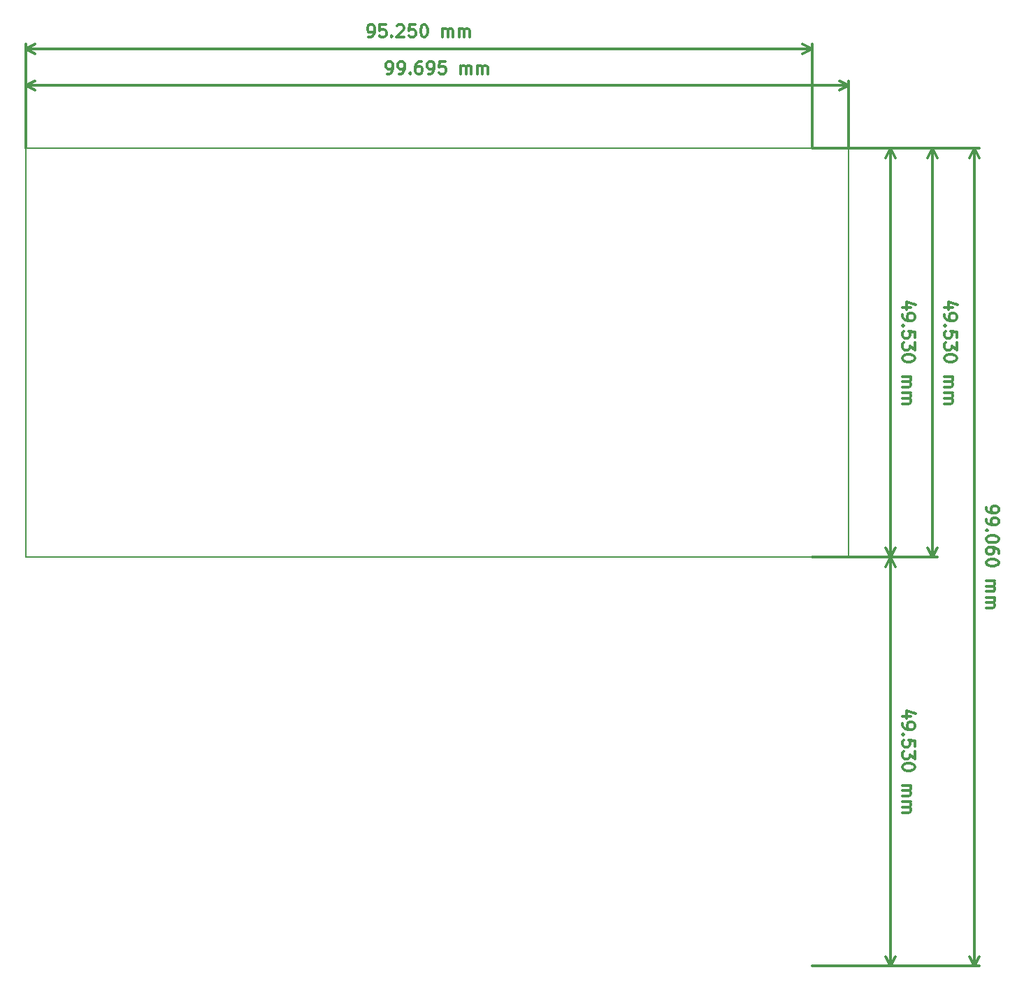
<source format=gbr>
%TF.GenerationSoftware,KiCad,Pcbnew,(5.0.0)*%
%TF.CreationDate,2018-07-24T20:21:21+02:00*%
%TF.ProjectId,tda2030StereoAmplifier,7464613230333053746572656F416D70,rev?*%
%TF.SameCoordinates,Original*%
%TF.FileFunction,Drawing*%
%FSLAX46Y46*%
G04 Gerber Fmt 4.6, Leading zero omitted, Abs format (unit mm)*
G04 Created by KiCad (PCBNEW (5.0.0)) date 07/24/18 20:21:21*
%MOMM*%
%LPD*%
G01*
G04 APERTURE LIST*
%ADD10C,0.300000*%
%ADD11C,0.150000*%
G04 APERTURE END LIST*
D10*
X130056428Y-65620000D02*
X129056428Y-65620000D01*
X130627857Y-65262857D02*
X129556428Y-64905714D01*
X129556428Y-65834285D01*
X129056428Y-66477142D02*
X129056428Y-66762857D01*
X129127857Y-66905714D01*
X129199285Y-66977142D01*
X129413571Y-67120000D01*
X129699285Y-67191428D01*
X130270714Y-67191428D01*
X130413571Y-67120000D01*
X130485000Y-67048571D01*
X130556428Y-66905714D01*
X130556428Y-66620000D01*
X130485000Y-66477142D01*
X130413571Y-66405714D01*
X130270714Y-66334285D01*
X129913571Y-66334285D01*
X129770714Y-66405714D01*
X129699285Y-66477142D01*
X129627857Y-66620000D01*
X129627857Y-66905714D01*
X129699285Y-67048571D01*
X129770714Y-67120000D01*
X129913571Y-67191428D01*
X129199285Y-67834285D02*
X129127857Y-67905714D01*
X129056428Y-67834285D01*
X129127857Y-67762857D01*
X129199285Y-67834285D01*
X129056428Y-67834285D01*
X130556428Y-69262857D02*
X130556428Y-68548571D01*
X129842142Y-68477142D01*
X129913571Y-68548571D01*
X129985000Y-68691428D01*
X129985000Y-69048571D01*
X129913571Y-69191428D01*
X129842142Y-69262857D01*
X129699285Y-69334285D01*
X129342142Y-69334285D01*
X129199285Y-69262857D01*
X129127857Y-69191428D01*
X129056428Y-69048571D01*
X129056428Y-68691428D01*
X129127857Y-68548571D01*
X129199285Y-68477142D01*
X130556428Y-69834285D02*
X130556428Y-70762857D01*
X129985000Y-70262857D01*
X129985000Y-70477142D01*
X129913571Y-70620000D01*
X129842142Y-70691428D01*
X129699285Y-70762857D01*
X129342142Y-70762857D01*
X129199285Y-70691428D01*
X129127857Y-70620000D01*
X129056428Y-70477142D01*
X129056428Y-70048571D01*
X129127857Y-69905714D01*
X129199285Y-69834285D01*
X130556428Y-71691428D02*
X130556428Y-71834285D01*
X130485000Y-71977142D01*
X130413571Y-72048571D01*
X130270714Y-72120000D01*
X129985000Y-72191428D01*
X129627857Y-72191428D01*
X129342142Y-72120000D01*
X129199285Y-72048571D01*
X129127857Y-71977142D01*
X129056428Y-71834285D01*
X129056428Y-71691428D01*
X129127857Y-71548571D01*
X129199285Y-71477142D01*
X129342142Y-71405714D01*
X129627857Y-71334285D01*
X129985000Y-71334285D01*
X130270714Y-71405714D01*
X130413571Y-71477142D01*
X130485000Y-71548571D01*
X130556428Y-71691428D01*
X129056428Y-73977142D02*
X130056428Y-73977142D01*
X129913571Y-73977142D02*
X129985000Y-74048571D01*
X130056428Y-74191428D01*
X130056428Y-74405714D01*
X129985000Y-74548571D01*
X129842142Y-74620000D01*
X129056428Y-74620000D01*
X129842142Y-74620000D02*
X129985000Y-74691428D01*
X130056428Y-74834285D01*
X130056428Y-75048571D01*
X129985000Y-75191428D01*
X129842142Y-75262857D01*
X129056428Y-75262857D01*
X129056428Y-75977142D02*
X130056428Y-75977142D01*
X129913571Y-75977142D02*
X129985000Y-76048571D01*
X130056428Y-76191428D01*
X130056428Y-76405714D01*
X129985000Y-76548571D01*
X129842142Y-76620000D01*
X129056428Y-76620000D01*
X129842142Y-76620000D02*
X129985000Y-76691428D01*
X130056428Y-76834285D01*
X130056428Y-77048571D01*
X129985000Y-77191428D01*
X129842142Y-77262857D01*
X129056428Y-77262857D01*
X127635000Y-46355000D02*
X127635000Y-95885000D01*
X117475000Y-46355000D02*
X128221421Y-46355000D01*
X117475000Y-95885000D02*
X128221421Y-95885000D01*
X127635000Y-95885000D02*
X127048579Y-94758496D01*
X127635000Y-95885000D02*
X128221421Y-94758496D01*
X127635000Y-46355000D02*
X127048579Y-47481504D01*
X127635000Y-46355000D02*
X128221421Y-47481504D01*
X61556071Y-37313571D02*
X61841785Y-37313571D01*
X61984642Y-37242142D01*
X62056071Y-37170714D01*
X62198928Y-36956428D01*
X62270357Y-36670714D01*
X62270357Y-36099285D01*
X62198928Y-35956428D01*
X62127500Y-35885000D01*
X61984642Y-35813571D01*
X61698928Y-35813571D01*
X61556071Y-35885000D01*
X61484642Y-35956428D01*
X61413214Y-36099285D01*
X61413214Y-36456428D01*
X61484642Y-36599285D01*
X61556071Y-36670714D01*
X61698928Y-36742142D01*
X61984642Y-36742142D01*
X62127500Y-36670714D01*
X62198928Y-36599285D01*
X62270357Y-36456428D01*
X62984642Y-37313571D02*
X63270357Y-37313571D01*
X63413214Y-37242142D01*
X63484642Y-37170714D01*
X63627500Y-36956428D01*
X63698928Y-36670714D01*
X63698928Y-36099285D01*
X63627500Y-35956428D01*
X63556071Y-35885000D01*
X63413214Y-35813571D01*
X63127500Y-35813571D01*
X62984642Y-35885000D01*
X62913214Y-35956428D01*
X62841785Y-36099285D01*
X62841785Y-36456428D01*
X62913214Y-36599285D01*
X62984642Y-36670714D01*
X63127500Y-36742142D01*
X63413214Y-36742142D01*
X63556071Y-36670714D01*
X63627500Y-36599285D01*
X63698928Y-36456428D01*
X64341785Y-37170714D02*
X64413214Y-37242142D01*
X64341785Y-37313571D01*
X64270357Y-37242142D01*
X64341785Y-37170714D01*
X64341785Y-37313571D01*
X65698928Y-35813571D02*
X65413214Y-35813571D01*
X65270357Y-35885000D01*
X65198928Y-35956428D01*
X65056071Y-36170714D01*
X64984642Y-36456428D01*
X64984642Y-37027857D01*
X65056071Y-37170714D01*
X65127500Y-37242142D01*
X65270357Y-37313571D01*
X65556071Y-37313571D01*
X65698928Y-37242142D01*
X65770357Y-37170714D01*
X65841785Y-37027857D01*
X65841785Y-36670714D01*
X65770357Y-36527857D01*
X65698928Y-36456428D01*
X65556071Y-36385000D01*
X65270357Y-36385000D01*
X65127500Y-36456428D01*
X65056071Y-36527857D01*
X64984642Y-36670714D01*
X66556071Y-37313571D02*
X66841785Y-37313571D01*
X66984642Y-37242142D01*
X67056071Y-37170714D01*
X67198928Y-36956428D01*
X67270357Y-36670714D01*
X67270357Y-36099285D01*
X67198928Y-35956428D01*
X67127500Y-35885000D01*
X66984642Y-35813571D01*
X66698928Y-35813571D01*
X66556071Y-35885000D01*
X66484642Y-35956428D01*
X66413214Y-36099285D01*
X66413214Y-36456428D01*
X66484642Y-36599285D01*
X66556071Y-36670714D01*
X66698928Y-36742142D01*
X66984642Y-36742142D01*
X67127500Y-36670714D01*
X67198928Y-36599285D01*
X67270357Y-36456428D01*
X68627500Y-35813571D02*
X67913214Y-35813571D01*
X67841785Y-36527857D01*
X67913214Y-36456428D01*
X68056071Y-36385000D01*
X68413214Y-36385000D01*
X68556071Y-36456428D01*
X68627500Y-36527857D01*
X68698928Y-36670714D01*
X68698928Y-37027857D01*
X68627500Y-37170714D01*
X68556071Y-37242142D01*
X68413214Y-37313571D01*
X68056071Y-37313571D01*
X67913214Y-37242142D01*
X67841785Y-37170714D01*
X70484642Y-37313571D02*
X70484642Y-36313571D01*
X70484642Y-36456428D02*
X70556071Y-36385000D01*
X70698928Y-36313571D01*
X70913214Y-36313571D01*
X71056071Y-36385000D01*
X71127500Y-36527857D01*
X71127500Y-37313571D01*
X71127500Y-36527857D02*
X71198928Y-36385000D01*
X71341785Y-36313571D01*
X71556071Y-36313571D01*
X71698928Y-36385000D01*
X71770357Y-36527857D01*
X71770357Y-37313571D01*
X72484642Y-37313571D02*
X72484642Y-36313571D01*
X72484642Y-36456428D02*
X72556071Y-36385000D01*
X72698928Y-36313571D01*
X72913214Y-36313571D01*
X73056071Y-36385000D01*
X73127500Y-36527857D01*
X73127500Y-37313571D01*
X73127500Y-36527857D02*
X73198928Y-36385000D01*
X73341785Y-36313571D01*
X73556071Y-36313571D01*
X73698928Y-36385000D01*
X73770357Y-36527857D01*
X73770357Y-37313571D01*
X17780000Y-38735000D02*
X117475000Y-38735000D01*
X17780000Y-46355000D02*
X17780000Y-38148579D01*
X117475000Y-46355000D02*
X117475000Y-38148579D01*
X117475000Y-38735000D02*
X116348496Y-39321421D01*
X117475000Y-38735000D02*
X116348496Y-38148579D01*
X17780000Y-38735000D02*
X18906504Y-39321421D01*
X17780000Y-38735000D02*
X18906504Y-38148579D01*
D11*
X17780000Y-95885000D02*
X117475000Y-95885000D01*
D10*
X134136428Y-89813571D02*
X134136428Y-90099285D01*
X134207857Y-90242142D01*
X134279285Y-90313571D01*
X134493571Y-90456428D01*
X134779285Y-90527857D01*
X135350714Y-90527857D01*
X135493571Y-90456428D01*
X135565000Y-90385000D01*
X135636428Y-90242142D01*
X135636428Y-89956428D01*
X135565000Y-89813571D01*
X135493571Y-89742142D01*
X135350714Y-89670714D01*
X134993571Y-89670714D01*
X134850714Y-89742142D01*
X134779285Y-89813571D01*
X134707857Y-89956428D01*
X134707857Y-90242142D01*
X134779285Y-90385000D01*
X134850714Y-90456428D01*
X134993571Y-90527857D01*
X134136428Y-91242142D02*
X134136428Y-91527857D01*
X134207857Y-91670714D01*
X134279285Y-91742142D01*
X134493571Y-91885000D01*
X134779285Y-91956428D01*
X135350714Y-91956428D01*
X135493571Y-91885000D01*
X135565000Y-91813571D01*
X135636428Y-91670714D01*
X135636428Y-91385000D01*
X135565000Y-91242142D01*
X135493571Y-91170714D01*
X135350714Y-91099285D01*
X134993571Y-91099285D01*
X134850714Y-91170714D01*
X134779285Y-91242142D01*
X134707857Y-91385000D01*
X134707857Y-91670714D01*
X134779285Y-91813571D01*
X134850714Y-91885000D01*
X134993571Y-91956428D01*
X134279285Y-92599285D02*
X134207857Y-92670714D01*
X134136428Y-92599285D01*
X134207857Y-92527857D01*
X134279285Y-92599285D01*
X134136428Y-92599285D01*
X135636428Y-93599285D02*
X135636428Y-93742142D01*
X135565000Y-93885000D01*
X135493571Y-93956428D01*
X135350714Y-94027857D01*
X135065000Y-94099285D01*
X134707857Y-94099285D01*
X134422142Y-94027857D01*
X134279285Y-93956428D01*
X134207857Y-93885000D01*
X134136428Y-93742142D01*
X134136428Y-93599285D01*
X134207857Y-93456428D01*
X134279285Y-93385000D01*
X134422142Y-93313571D01*
X134707857Y-93242142D01*
X135065000Y-93242142D01*
X135350714Y-93313571D01*
X135493571Y-93385000D01*
X135565000Y-93456428D01*
X135636428Y-93599285D01*
X135636428Y-95385000D02*
X135636428Y-95099285D01*
X135565000Y-94956428D01*
X135493571Y-94885000D01*
X135279285Y-94742142D01*
X134993571Y-94670714D01*
X134422142Y-94670714D01*
X134279285Y-94742142D01*
X134207857Y-94813571D01*
X134136428Y-94956428D01*
X134136428Y-95242142D01*
X134207857Y-95385000D01*
X134279285Y-95456428D01*
X134422142Y-95527857D01*
X134779285Y-95527857D01*
X134922142Y-95456428D01*
X134993571Y-95385000D01*
X135065000Y-95242142D01*
X135065000Y-94956428D01*
X134993571Y-94813571D01*
X134922142Y-94742142D01*
X134779285Y-94670714D01*
X135636428Y-96456428D02*
X135636428Y-96599285D01*
X135565000Y-96742142D01*
X135493571Y-96813571D01*
X135350714Y-96885000D01*
X135065000Y-96956428D01*
X134707857Y-96956428D01*
X134422142Y-96885000D01*
X134279285Y-96813571D01*
X134207857Y-96742142D01*
X134136428Y-96599285D01*
X134136428Y-96456428D01*
X134207857Y-96313571D01*
X134279285Y-96242142D01*
X134422142Y-96170714D01*
X134707857Y-96099285D01*
X135065000Y-96099285D01*
X135350714Y-96170714D01*
X135493571Y-96242142D01*
X135565000Y-96313571D01*
X135636428Y-96456428D01*
X134136428Y-98742142D02*
X135136428Y-98742142D01*
X134993571Y-98742142D02*
X135065000Y-98813571D01*
X135136428Y-98956428D01*
X135136428Y-99170714D01*
X135065000Y-99313571D01*
X134922142Y-99385000D01*
X134136428Y-99385000D01*
X134922142Y-99385000D02*
X135065000Y-99456428D01*
X135136428Y-99599285D01*
X135136428Y-99813571D01*
X135065000Y-99956428D01*
X134922142Y-100027857D01*
X134136428Y-100027857D01*
X134136428Y-100742142D02*
X135136428Y-100742142D01*
X134993571Y-100742142D02*
X135065000Y-100813571D01*
X135136428Y-100956428D01*
X135136428Y-101170714D01*
X135065000Y-101313571D01*
X134922142Y-101385000D01*
X134136428Y-101385000D01*
X134922142Y-101385000D02*
X135065000Y-101456428D01*
X135136428Y-101599285D01*
X135136428Y-101813571D01*
X135065000Y-101956428D01*
X134922142Y-102027857D01*
X134136428Y-102027857D01*
X132715000Y-46355000D02*
X132715000Y-145415000D01*
X113030000Y-46355000D02*
X133301421Y-46355000D01*
X113030000Y-145415000D02*
X133301421Y-145415000D01*
X132715000Y-145415000D02*
X132128579Y-144288496D01*
X132715000Y-145415000D02*
X133301421Y-144288496D01*
X132715000Y-46355000D02*
X132128579Y-47481504D01*
X132715000Y-46355000D02*
X133301421Y-47481504D01*
X124976428Y-65620000D02*
X123976428Y-65620000D01*
X125547857Y-65262857D02*
X124476428Y-64905714D01*
X124476428Y-65834285D01*
X123976428Y-66477142D02*
X123976428Y-66762857D01*
X124047857Y-66905714D01*
X124119285Y-66977142D01*
X124333571Y-67120000D01*
X124619285Y-67191428D01*
X125190714Y-67191428D01*
X125333571Y-67120000D01*
X125405000Y-67048571D01*
X125476428Y-66905714D01*
X125476428Y-66620000D01*
X125405000Y-66477142D01*
X125333571Y-66405714D01*
X125190714Y-66334285D01*
X124833571Y-66334285D01*
X124690714Y-66405714D01*
X124619285Y-66477142D01*
X124547857Y-66620000D01*
X124547857Y-66905714D01*
X124619285Y-67048571D01*
X124690714Y-67120000D01*
X124833571Y-67191428D01*
X124119285Y-67834285D02*
X124047857Y-67905714D01*
X123976428Y-67834285D01*
X124047857Y-67762857D01*
X124119285Y-67834285D01*
X123976428Y-67834285D01*
X125476428Y-69262857D02*
X125476428Y-68548571D01*
X124762142Y-68477142D01*
X124833571Y-68548571D01*
X124905000Y-68691428D01*
X124905000Y-69048571D01*
X124833571Y-69191428D01*
X124762142Y-69262857D01*
X124619285Y-69334285D01*
X124262142Y-69334285D01*
X124119285Y-69262857D01*
X124047857Y-69191428D01*
X123976428Y-69048571D01*
X123976428Y-68691428D01*
X124047857Y-68548571D01*
X124119285Y-68477142D01*
X125476428Y-69834285D02*
X125476428Y-70762857D01*
X124905000Y-70262857D01*
X124905000Y-70477142D01*
X124833571Y-70620000D01*
X124762142Y-70691428D01*
X124619285Y-70762857D01*
X124262142Y-70762857D01*
X124119285Y-70691428D01*
X124047857Y-70620000D01*
X123976428Y-70477142D01*
X123976428Y-70048571D01*
X124047857Y-69905714D01*
X124119285Y-69834285D01*
X125476428Y-71691428D02*
X125476428Y-71834285D01*
X125405000Y-71977142D01*
X125333571Y-72048571D01*
X125190714Y-72120000D01*
X124905000Y-72191428D01*
X124547857Y-72191428D01*
X124262142Y-72120000D01*
X124119285Y-72048571D01*
X124047857Y-71977142D01*
X123976428Y-71834285D01*
X123976428Y-71691428D01*
X124047857Y-71548571D01*
X124119285Y-71477142D01*
X124262142Y-71405714D01*
X124547857Y-71334285D01*
X124905000Y-71334285D01*
X125190714Y-71405714D01*
X125333571Y-71477142D01*
X125405000Y-71548571D01*
X125476428Y-71691428D01*
X123976428Y-73977142D02*
X124976428Y-73977142D01*
X124833571Y-73977142D02*
X124905000Y-74048571D01*
X124976428Y-74191428D01*
X124976428Y-74405714D01*
X124905000Y-74548571D01*
X124762142Y-74620000D01*
X123976428Y-74620000D01*
X124762142Y-74620000D02*
X124905000Y-74691428D01*
X124976428Y-74834285D01*
X124976428Y-75048571D01*
X124905000Y-75191428D01*
X124762142Y-75262857D01*
X123976428Y-75262857D01*
X123976428Y-75977142D02*
X124976428Y-75977142D01*
X124833571Y-75977142D02*
X124905000Y-76048571D01*
X124976428Y-76191428D01*
X124976428Y-76405714D01*
X124905000Y-76548571D01*
X124762142Y-76620000D01*
X123976428Y-76620000D01*
X124762142Y-76620000D02*
X124905000Y-76691428D01*
X124976428Y-76834285D01*
X124976428Y-77048571D01*
X124905000Y-77191428D01*
X124762142Y-77262857D01*
X123976428Y-77262857D01*
X122555000Y-46355000D02*
X122555000Y-95885000D01*
X113030000Y-46355000D02*
X123141421Y-46355000D01*
X113030000Y-95885000D02*
X123141421Y-95885000D01*
X122555000Y-95885000D02*
X121968579Y-94758496D01*
X122555000Y-95885000D02*
X123141421Y-94758496D01*
X122555000Y-46355000D02*
X121968579Y-47481504D01*
X122555000Y-46355000D02*
X123141421Y-47481504D01*
X124976428Y-115150000D02*
X123976428Y-115150000D01*
X125547857Y-114792857D02*
X124476428Y-114435714D01*
X124476428Y-115364285D01*
X123976428Y-116007142D02*
X123976428Y-116292857D01*
X124047857Y-116435714D01*
X124119285Y-116507142D01*
X124333571Y-116650000D01*
X124619285Y-116721428D01*
X125190714Y-116721428D01*
X125333571Y-116650000D01*
X125405000Y-116578571D01*
X125476428Y-116435714D01*
X125476428Y-116150000D01*
X125405000Y-116007142D01*
X125333571Y-115935714D01*
X125190714Y-115864285D01*
X124833571Y-115864285D01*
X124690714Y-115935714D01*
X124619285Y-116007142D01*
X124547857Y-116150000D01*
X124547857Y-116435714D01*
X124619285Y-116578571D01*
X124690714Y-116650000D01*
X124833571Y-116721428D01*
X124119285Y-117364285D02*
X124047857Y-117435714D01*
X123976428Y-117364285D01*
X124047857Y-117292857D01*
X124119285Y-117364285D01*
X123976428Y-117364285D01*
X125476428Y-118792857D02*
X125476428Y-118078571D01*
X124762142Y-118007142D01*
X124833571Y-118078571D01*
X124905000Y-118221428D01*
X124905000Y-118578571D01*
X124833571Y-118721428D01*
X124762142Y-118792857D01*
X124619285Y-118864285D01*
X124262142Y-118864285D01*
X124119285Y-118792857D01*
X124047857Y-118721428D01*
X123976428Y-118578571D01*
X123976428Y-118221428D01*
X124047857Y-118078571D01*
X124119285Y-118007142D01*
X125476428Y-119364285D02*
X125476428Y-120292857D01*
X124905000Y-119792857D01*
X124905000Y-120007142D01*
X124833571Y-120150000D01*
X124762142Y-120221428D01*
X124619285Y-120292857D01*
X124262142Y-120292857D01*
X124119285Y-120221428D01*
X124047857Y-120150000D01*
X123976428Y-120007142D01*
X123976428Y-119578571D01*
X124047857Y-119435714D01*
X124119285Y-119364285D01*
X125476428Y-121221428D02*
X125476428Y-121364285D01*
X125405000Y-121507142D01*
X125333571Y-121578571D01*
X125190714Y-121650000D01*
X124905000Y-121721428D01*
X124547857Y-121721428D01*
X124262142Y-121650000D01*
X124119285Y-121578571D01*
X124047857Y-121507142D01*
X123976428Y-121364285D01*
X123976428Y-121221428D01*
X124047857Y-121078571D01*
X124119285Y-121007142D01*
X124262142Y-120935714D01*
X124547857Y-120864285D01*
X124905000Y-120864285D01*
X125190714Y-120935714D01*
X125333571Y-121007142D01*
X125405000Y-121078571D01*
X125476428Y-121221428D01*
X123976428Y-123507142D02*
X124976428Y-123507142D01*
X124833571Y-123507142D02*
X124905000Y-123578571D01*
X124976428Y-123721428D01*
X124976428Y-123935714D01*
X124905000Y-124078571D01*
X124762142Y-124150000D01*
X123976428Y-124150000D01*
X124762142Y-124150000D02*
X124905000Y-124221428D01*
X124976428Y-124364285D01*
X124976428Y-124578571D01*
X124905000Y-124721428D01*
X124762142Y-124792857D01*
X123976428Y-124792857D01*
X123976428Y-125507142D02*
X124976428Y-125507142D01*
X124833571Y-125507142D02*
X124905000Y-125578571D01*
X124976428Y-125721428D01*
X124976428Y-125935714D01*
X124905000Y-126078571D01*
X124762142Y-126150000D01*
X123976428Y-126150000D01*
X124762142Y-126150000D02*
X124905000Y-126221428D01*
X124976428Y-126364285D01*
X124976428Y-126578571D01*
X124905000Y-126721428D01*
X124762142Y-126792857D01*
X123976428Y-126792857D01*
X122555000Y-95885000D02*
X122555000Y-145415000D01*
X113030000Y-95885000D02*
X123141421Y-95885000D01*
X113030000Y-145415000D02*
X123141421Y-145415000D01*
X122555000Y-145415000D02*
X121968579Y-144288496D01*
X122555000Y-145415000D02*
X123141421Y-144288496D01*
X122555000Y-95885000D02*
X121968579Y-97011504D01*
X122555000Y-95885000D02*
X123141421Y-97011504D01*
X59333571Y-32868571D02*
X59619285Y-32868571D01*
X59762142Y-32797142D01*
X59833571Y-32725714D01*
X59976428Y-32511428D01*
X60047857Y-32225714D01*
X60047857Y-31654285D01*
X59976428Y-31511428D01*
X59905000Y-31440000D01*
X59762142Y-31368571D01*
X59476428Y-31368571D01*
X59333571Y-31440000D01*
X59262142Y-31511428D01*
X59190714Y-31654285D01*
X59190714Y-32011428D01*
X59262142Y-32154285D01*
X59333571Y-32225714D01*
X59476428Y-32297142D01*
X59762142Y-32297142D01*
X59905000Y-32225714D01*
X59976428Y-32154285D01*
X60047857Y-32011428D01*
X61405000Y-31368571D02*
X60690714Y-31368571D01*
X60619285Y-32082857D01*
X60690714Y-32011428D01*
X60833571Y-31940000D01*
X61190714Y-31940000D01*
X61333571Y-32011428D01*
X61405000Y-32082857D01*
X61476428Y-32225714D01*
X61476428Y-32582857D01*
X61405000Y-32725714D01*
X61333571Y-32797142D01*
X61190714Y-32868571D01*
X60833571Y-32868571D01*
X60690714Y-32797142D01*
X60619285Y-32725714D01*
X62119285Y-32725714D02*
X62190714Y-32797142D01*
X62119285Y-32868571D01*
X62047857Y-32797142D01*
X62119285Y-32725714D01*
X62119285Y-32868571D01*
X62762142Y-31511428D02*
X62833571Y-31440000D01*
X62976428Y-31368571D01*
X63333571Y-31368571D01*
X63476428Y-31440000D01*
X63547857Y-31511428D01*
X63619285Y-31654285D01*
X63619285Y-31797142D01*
X63547857Y-32011428D01*
X62690714Y-32868571D01*
X63619285Y-32868571D01*
X64976428Y-31368571D02*
X64262142Y-31368571D01*
X64190714Y-32082857D01*
X64262142Y-32011428D01*
X64405000Y-31940000D01*
X64762142Y-31940000D01*
X64905000Y-32011428D01*
X64976428Y-32082857D01*
X65047857Y-32225714D01*
X65047857Y-32582857D01*
X64976428Y-32725714D01*
X64905000Y-32797142D01*
X64762142Y-32868571D01*
X64405000Y-32868571D01*
X64262142Y-32797142D01*
X64190714Y-32725714D01*
X65976428Y-31368571D02*
X66119285Y-31368571D01*
X66262142Y-31440000D01*
X66333571Y-31511428D01*
X66405000Y-31654285D01*
X66476428Y-31940000D01*
X66476428Y-32297142D01*
X66405000Y-32582857D01*
X66333571Y-32725714D01*
X66262142Y-32797142D01*
X66119285Y-32868571D01*
X65976428Y-32868571D01*
X65833571Y-32797142D01*
X65762142Y-32725714D01*
X65690714Y-32582857D01*
X65619285Y-32297142D01*
X65619285Y-31940000D01*
X65690714Y-31654285D01*
X65762142Y-31511428D01*
X65833571Y-31440000D01*
X65976428Y-31368571D01*
X68262142Y-32868571D02*
X68262142Y-31868571D01*
X68262142Y-32011428D02*
X68333571Y-31940000D01*
X68476428Y-31868571D01*
X68690714Y-31868571D01*
X68833571Y-31940000D01*
X68905000Y-32082857D01*
X68905000Y-32868571D01*
X68905000Y-32082857D02*
X68976428Y-31940000D01*
X69119285Y-31868571D01*
X69333571Y-31868571D01*
X69476428Y-31940000D01*
X69547857Y-32082857D01*
X69547857Y-32868571D01*
X70262142Y-32868571D02*
X70262142Y-31868571D01*
X70262142Y-32011428D02*
X70333571Y-31940000D01*
X70476428Y-31868571D01*
X70690714Y-31868571D01*
X70833571Y-31940000D01*
X70905000Y-32082857D01*
X70905000Y-32868571D01*
X70905000Y-32082857D02*
X70976428Y-31940000D01*
X71119285Y-31868571D01*
X71333571Y-31868571D01*
X71476428Y-31940000D01*
X71547857Y-32082857D01*
X71547857Y-32868571D01*
X17780000Y-34290000D02*
X113030000Y-34290000D01*
X17780000Y-46355000D02*
X17780000Y-33703579D01*
X113030000Y-46355000D02*
X113030000Y-33703579D01*
X113030000Y-34290000D02*
X111903496Y-34876421D01*
X113030000Y-34290000D02*
X111903496Y-33703579D01*
X17780000Y-34290000D02*
X18906504Y-34876421D01*
X17780000Y-34290000D02*
X18906504Y-33703579D01*
D11*
X17780000Y-95885000D02*
X17780000Y-46355000D01*
X117475000Y-46355000D02*
X117475000Y-95885000D01*
X17780000Y-46355000D02*
X117475000Y-46355000D01*
M02*

</source>
